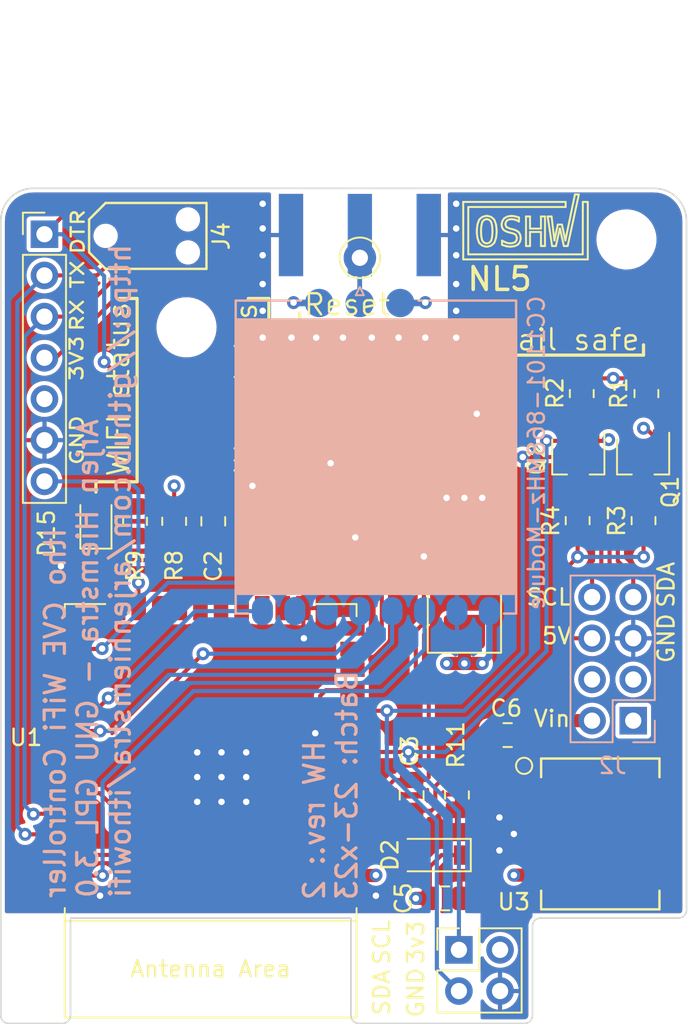
<source format=kicad_pcb>
(kicad_pcb (version 20211014) (generator pcbnew)
  (layers (0 "F.Cu" signal) (1 "In1.Cu" power "3V3") (2 "In2.Cu" power "GND") (31 "B.Cu" signal) (34 "B.Paste" user) (35 "F.Paste" user) (36 "B.SilkS" user "B.Silkscreen") (37 "F.SilkS" user "F.Silkscreen") (38 "B.Mask" user) (39 "F.Mask" user) (44 "Edge.Cuts" user))
  (net 0 "")
  (net 1 "GND")
  (net 2 "+5V")
  (net 3 "+3V3")
  (net 4 "SDA")
  (net 5 "SCL")
  (net 6 "D0")
  (net 7 "D23_MOSI")
  (net 8 "D19_MISO")
  (net 9 "D18_SCK")
  (net 10 "D5_SS")
  (net 11 "D4_IRQ")
  (net 13 "D0{slash}RX0")
  (net 14 "D1{slash}TX0")
  (net 17 "Net-(LED1-Pad2)")
  (net 18 "Net-(LED2-Pad2)")
  (net 19 "SDA_L")
  (net 20 "SCL_L")
  (net 21 "Net-(R10-Pad2)")
  (net 22 "+15V")
  (net 23 "Net-(C2-Pad1)")
  (net 24 "Net-(C3-Pad1)")
  (net 26 "D15")
  (net 27 "D13")
  (net 28 "D17")
  (net 29 "Net-(H1-Pad1)")
  (footprint "Package_TO_SOT_SMD:SOT-23W" (layer "F.Cu") (at 118.6586 121.539 -90)
    (fp_text reference "Q2")
    (fp_text value "BSS138")
  )
  (footprint "Resistor_SMD:R_0805_2012Metric" (layer "F.Cu") (at 118.872 117.6244 -90)
    (fp_text reference "R2")
    (fp_text value "R10K" hide)
  )
  (footprint "Connector_PinHeader_2.54mm:PinHeader_1x07_P2.54mm_Vertical" (layer "F.Cu") (at 85.725 107.7976)
    (fp_text reference "J1" hide)
    (fp_text value "CONN_01X07" hide)
  )
  (footprint "nrg_watch:ESP32-WROOM-32E" (layer "F.Cu") (at 95.9776 141.6036 180)
    (fp_text reference "U1")
    (fp_text value "ESP32-WROOM")
  )
  (footprint "Resistor_SMD:R_0805_2012Metric" (layer "F.Cu") (at 91.313 125.5014 -90)
    (fp_text reference "R9")
    (fp_text value "R100" hide)
  )
  (footprint "Resistor_SMD:R_0805_2012Metric" (layer "F.Cu") (at 106.536 125.51 -90)
    (fp_text reference "R10")
    (fp_text value "R10K" hide)
  )
  (footprint "Resistor_SMD:R_0805_2012Metric" (layer "F.Cu") (at 118.618 125.461 -90)
    (fp_text reference "R4")
    (fp_text value "R10K" hide)
  )
  (footprint "MountingHole:MountingHole_2.5mm" (layer "F.Cu") (at 94.488 113.538)
    (fp_text reference "H2" hide)
    (fp_text value "MountingHole" hide)
  )
  (footprint "LED_SMD:LED_0805_2012Metric" (layer "F.Cu") (at 88.9 125.5014 90)
    (fp_text reference "LED1" hide)
    (fp_text value "WIFI status")
  )
  (footprint "Connector_PinHeader_2.54mm:PinHeader_2x02_P2.54mm_Vertical" (layer "F.Cu") (at 111.292 151.928)
    (fp_text reference "J5" hide)
    (fp_text value "Conn_02x02_Odd_Even" hide)
  )
  (footprint "nrg_watch:TC2020-MCP-NL" (layer "F.Cu") (at 92.036 107.9014 90)
    (fp_text reference "J4")
    (fp_text value "TC2030-MCP-NL" hide)
  )
  (footprint "nrg_watch:TS-1187" (layer "F.Cu") (at 110.5404 118.872 -90)
    (fp_text reference "SW1" hide)
    (fp_text value "Fail safe")
  )
  (footprint "Capacitor_SMD:C_0805_2012Metric" (layer "F.Cu") (at 114.3 138.684 180)
    (fp_text reference "C6")
    (fp_text value "10uF" hide)
  )
  (footprint "Package_TO_SOT_SMD:SOT-23W" (layer "F.Cu") (at 122.6566 121.539 -90)
    (fp_text reference "Q1")
    (fp_text value "BSS138")
  )
  (footprint "Resistor_SMD:R_0805_2012Metric" (layer "F.Cu") (at 122.8598 117.6244 90)
    (fp_text reference "R1")
    (fp_text value "R10K" hide)
  )
  (footprint "Resistor_SMD:R_0805_2012Metric" (layer "F.Cu") (at 122.682 125.461 -90)
    (fp_text reference "R3")
    (fp_text value "R10K" hide)
  )
  (footprint "Capacitor_SMD:C_0805_2012Metric" (layer "F.Cu") (at 96.139 125.5014 90)
    (fp_text reference "C2")
    (fp_text value "1uF" hide)
  )
  (footprint "Resistor_SMD:R_0805_2012Metric" (layer "F.Cu") (at 98.552 125.5155 90)
    (fp_text reference "R7")
    (fp_text value "R10K" hide)
  )
  (footprint "Capacitor_Tantalum_SMD:CP_EIA-7343-31_Kemet-D" (layer "F.Cu") (at 111.632 129.1961 90)
    (fp_text reference "C4")
    (fp_text value "470uF")
  )
  (footprint "Capacitor_SMD:C_0805_2012Metric" (layer "F.Cu") (at 110.4369 148.751)
    (fp_text reference "C5")
    (fp_text value "0.1uF" hide)
  )
  (footprint "Capacitor_SMD:C_0805_2012Metric" (layer "F.Cu") (at 108.3775 142.401 90)
    (fp_text reference "C3")
    (fp_text value "10uF" hide)
  )
  (footprint "Diode_SMD:D_SOD-123" (layer "F.Cu") (at 109.7755 146.084 180)
    (fp_text reference "D2")
    (fp_text value "D_Schottky" hide)
  )
  (footprint "Resistor_SMD:R_0805_2012Metric" (layer "F.Cu") (at 111.1715 142.3775 90)
    (fp_text reference "R11")
    (fp_text value "R1K" hide)
  )
  (footprint "Connector_Pin:Pin_D1.0mm_L10.0mm" (layer "F.Cu") (at 105.18218 109.25146)
    (fp_text reference "H1" hide)
    (fp_text value "MountingHole_Pad" hide)
  )
  (footprint "Resistor_SMD:R_0805_2012Metric" (layer "F.Cu") (at 93.726 125.5014 90)
    (fp_text reference "R8")
    (fp_text value "R10K" hide)
  )
  (footprint "Resistor_SMD:R_0805_2012Metric" (layer "F.Cu") (at 103.378 125.5155 90)
    (fp_text reference "R5")
    (fp_text value "R100")
  )
  (footprint "LED_SMD:LED_0805_2012Metric" (layer "F.Cu") (at 100.965 125.5155 90)
    (fp_text reference "LED2" hide)
    (fp_text value "itho status")
  )
  (footprint "nrg_watch:TS-1187" (layer "F.Cu") (at 104.14 118.872 90)
    (fp_text reference "SW2" hide)
    (fp_text value "Reset")
  )
  (footprint "MountingHole:MountingHole_2.5mm" (layer "F.Cu") (at 121.63 108.12)
    (fp_text reference "H3" hide)
    (fp_text value "MountingHole" hide)
  )
  (footprint "nrg_watch:Mornsun 780xMT" (layer "F.Cu") (at 120.015 144.78 -90)
    (fp_text reference "U3")
    (fp_text value "780xMT")
  )
  (footprint "Connector_PinSocket_2.54mm:PinSocket_2x04_P2.54mm_Vertical" (layer "B.Cu") (at 122.047 137.795)
    (fp_text reference "J2")
    (fp_text value "conn")
  )
  (footprint "Connector_Coaxial:SMA_Amphenol_132289_EdgeMount" (layer "B.Cu") (at 105.1814 107.8484 90)
    (fp_text reference "J3" hide)
    (fp_text value "Conn_Coaxial")
  )
  (footprint "nrg_watch:CC1101-868MHz-Module" (layer "B.Cu") (at 106.172 121.539 90)
    (fp_text reference "U2" hide)
    (fp_text value "CC1101-868MHz-Module")
  )
  (gr_poly (pts (xy 114.808 129.9972) (xy 97.5614 129.9972) (xy 97.536 113.03) (xy 114.808 113.03)) (layer "B.SilkS") (width 0.1) (fill solid))
  (gr_line (start 99.568 111.76) (end 99.568 122.936) (layer "F.SilkS") (width 0.2))
  (gr_line (start 99.568 111.76) (end 98.298 111.76) (layer "F.SilkS") (width 0.2))
  (gr_line (start 99.568 122.936) (end 100.965 122.936) (layer "F.SilkS") (width 0.2))
  (gr_line (start 100.965 123.571) (end 100.965 122.936) (layer "F.SilkS") (width 0.2))
  (gr_line (start 113.665 122.936) (end 112.649 122.936) (layer "F.SilkS") (width 0.2))
  (gr_line (start 113.665 122.936) (end 113.665 115.2525) (layer "F.SilkS") (width 0.2))
  (gr_line (start 122.682 115.2525) (end 122.682 114.6175) (layer "F.SilkS") (width 0.2))
  (gr_line (start 113.665 115.2525) (end 122.682 115.2525) (layer "F.SilkS") (width 0.2))
  (gr_line (start 106.045 122.936) (end 107.188 122.936) (layer "F.SilkS") (width 0.2))
  (gr_line (start 101.473 113.284) (end 101.473 112.649) (layer "F.SilkS") (width 0.2))
  (gr_line (start 101.473 113.284) (end 107.188 113.284) (layer "F.SilkS") (width 0.2))
  (gr_line (start 107.188 122.936) (end 107.188 113.284) (layer "F.SilkS") (width 0.2))
  (gr_line (start 88.9 123.063) (end 91.44 123.063) (layer "F.SilkS") (width 0.2))
  (gr_line (start 116.768896 106.703121) (end 116.768896 106.703121) (layer "F.SilkS") (width 0.125))
  (gr_line (start 117.040946 108.52577) (end 116.768896 106.703121) (layer "F.SilkS") (width 0.125))
  (gr_line (start 117.274296 108.52577) (end 117.040946 108.52577) (layer "F.SilkS") (width 0.125))
  (gr_line (start 117.520896 107.44287) (end 117.274296 108.52577) (layer "F.SilkS") (width 0.125))
  (gr_line (start 117.768496 108.52577) (end 117.520896 107.44287) (layer "F.SilkS") (width 0.125))
  (gr_line (start 118.001795 108.52577) (end 117.768496 108.52577) (layer "F.SilkS") (width 0.125))
  (gr_line (start 118.690546 105.34897) (end 118.001795 108.52577) (layer "F.SilkS") (width 0.125))
  (gr_line (start 118.450196 105.34897) (end 118.690546 105.34897) (layer "F.SilkS") (width 0.125))
  (gr_line (start 117.858846 108.18507) (end 118.450196 105.34897) (layer "F.SilkS") (width 0.125))
  (gr_line (start 117.648846 107.20362) (end 117.858846 108.18507) (layer "F.SilkS") (width 0.125))
  (gr_line (start 117.391446 107.20362) (end 117.648846 107.20362) (layer "F.SilkS") (width 0.125))
  (gr_line (start 117.183946 108.18262) (end 117.391446 107.20362) (layer "F.SilkS") (width 0.125))
  (gr_line (start 117.009246 106.703121) (end 117.183946 108.18262) (layer "F.SilkS") (width 0.125))
  (gr_line (start 116.768896 106.703121) (end 117.009246 106.703121) (layer "F.SilkS") (width 0.125))
  (gr_line (start 115.431795 106.703121) (end 115.431795 106.703121) (layer "F.SilkS") (width 0.125))
  (gr_line (start 115.431795 108.52577) (end 115.431795 106.703121) (layer "F.SilkS") (width 0.125))
  (gr_line (start 115.679746 108.52577) (end 115.431795 108.52577) (layer "F.SilkS") (width 0.125))
  (gr_line (start 115.679746 107.65772) (end 115.679746 108.52577) (layer "F.SilkS") (width 0.125))
  (gr_line (start 116.354646 107.65772) (end 115.679746 107.65772) (layer "F.SilkS") (width 0.125))
  (gr_line (start 116.354646 108.52577) (end 116.354646 107.65772) (layer "F.SilkS") (width 0.125))
  (gr_line (start 116.602596 108.52577) (end 116.354646 108.52577) (layer "F.SilkS") (width 0.125))
  (gr_line (start 116.602596 106.703121) (end 116.602596 108.52577) (layer "F.SilkS") (width 0.125))
  (gr_line (start 116.354646 106.703121) (end 116.602596 106.703121) (layer "F.SilkS") (width 0.125))
  (gr_line (start 116.354646 107.45022) (end 116.354646 106.703121) (layer "F.SilkS") (width 0.125))
  (gr_line (start 115.679746 107.45022) (end 116.354646 107.45022) (layer "F.SilkS") (width 0.125))
  (gr_line (start 115.679746 106.703121) (end 115.679746 107.45022) (layer "F.SilkS") (width 0.125))
  (gr_line (start 115.431795 106.703121) (end 115.679746 106.703121) (layer "F.SilkS") (width 0.125))
  (gr_line (start 114.996431 106.76582) (end 114.996431 106.76552) (layer "F.SilkS") (width 0.125))
  (gr_line (start 114.975001 106.75767) (end 114.996431 106.76582) (layer "F.SilkS") (width 0.125))
  (gr_line (start 114.771546 106.69882) (end 114.975001 106.75767) (layer "F.SilkS") (width 0.125))
  (gr_line (start 114.752281 106.69502) (end 114.771546 106.69882) (layer "F.SilkS") (width 0.125))
  (gr_line (start 114.732756 106.690921) (end 114.752281 106.69502) (layer "F.SilkS") (width 0.125))
  (gr_line (start 114.586541 106.67057) (end 114.732756 106.690921) (layer "F.SilkS") (width 0.125))
  (gr_line (start 114.531476 106.67057) (end 114.586541 106.67057) (layer "F.SilkS") (width 0.125))
  (gr_line (start 114.469896 106.67057) (end 114.531476 106.67057) (layer "F.SilkS") (width 0.125))
  (gr_line (start 114.285976 106.70722) (end 114.469896 106.67057) (layer "F.SilkS") (width 0.125))
  (gr_line (start 114.121861 106.79347) (end 114.285976 106.70722) (layer "F.SilkS") (width 0.125))
  (gr_line (start 114.094466 106.81817) (end 114.121861 106.79347) (layer "F.SilkS") (width 0.125))
  (gr_line (start 114.067066 106.84257) (end 114.094466 106.81817) (layer "F.SilkS") (width 0.125))
  (gr_line (start 113.97158 106.98907) (end 114.067066 106.84257) (layer "F.SilkS") (width 0.125))
  (gr_line (start 113.930885 107.15372) (end 113.97158 106.98907) (layer "F.SilkS") (width 0.125))
  (gr_line (start 113.930885 107.20877) (end 113.930885 107.15372) (layer "F.SilkS") (width 0.125))
  (gr_line (start 113.930885 107.25247) (end 113.930885 107.20877) (layer "F.SilkS") (width 0.125))
  (gr_line (start 113.959376 107.38402) (end 113.930885 107.25247) (layer "F.SilkS") (width 0.125))
  (gr_line (start 114.026376 107.50067) (end 113.959376 107.38402) (layer "F.SilkS") (width 0.125))
  (gr_line (start 114.045636 107.52022) (end 114.026376 107.50067) (layer "F.SilkS") (width 0.125))
  (gr_line (start 114.064626 107.53947) (end 114.045636 107.52022) (layer "F.SilkS") (width 0.125))
  (gr_line (start 114.195101 107.62137) (end 114.064626 107.53947) (layer "F.SilkS") (width 0.125))
  (gr_line (start 114.371971 107.68377) (end 114.195101 107.62137) (layer "F.SilkS") (width 0.125))
  (gr_line (start 114.414291 107.69327) (end 114.371971 107.68377) (layer "F.SilkS") (width 0.125))
  (gr_line (start 114.545851 107.72392) (end 114.414291 107.69327) (layer "F.SilkS") (width 0.125))
  (gr_line (start 114.575151 107.73042) (end 114.545851 107.72392) (layer "F.SilkS") (width 0.125))
  (gr_line (start 114.696136 107.771121) (end 114.575151 107.73042) (layer "F.SilkS") (width 0.125))
  (gr_line (start 114.781851 107.82267) (end 114.696136 107.771121) (layer "F.SilkS") (width 0.125))
  (gr_line (start 114.793791 107.83487) (end 114.781851 107.82267) (layer "F.SilkS") (width 0.125))
  (gr_line (start 114.805726 107.84682) (end 114.793791 107.83487) (layer "F.SilkS") (width 0.125))
  (gr_line (start 114.865681 107.99137) (end 114.805726 107.84682) (layer "F.SilkS") (width 0.125))
  (gr_line (start 114.865681 108.04372) (end 114.865681 107.99137) (layer "F.SilkS") (width 0.125))
  (gr_line (start 114.865681 108.07712) (end 114.865681 108.04372) (layer "F.SilkS") (width 0.125))
  (gr_line (start 114.839636 108.17722) (end 114.865681 108.07712) (layer "F.SilkS") (width 0.125))
  (gr_line (start 114.779146 108.26402) (end 114.839636 108.17722) (layer "F.SilkS") (width 0.125))
  (gr_line (start 114.762056 108.27812) (end 114.779146 108.26402) (layer "F.SilkS") (width 0.125))
  (gr_line (start 114.744691 108.29197) (end 114.762056 108.27812) (layer "F.SilkS") (width 0.125))
  (gr_line (start 114.637541 108.34022) (end 114.744691 108.29197) (layer "F.SilkS") (width 0.125))
  (gr_line (start 114.513026 108.36112) (end 114.637541 108.34022) (layer "F.SilkS") (width 0.125))
  (gr_line (start 114.471526 108.36112) (end 114.513026 108.36112) (layer "F.SilkS") (width 0.125))
  (gr_line (start 114.413471 108.36112) (end 114.471526 108.36112) (layer "F.SilkS") (width 0.125))
  (gr_line (start 114.239591 108.32642) (end 114.413471 108.36112) (layer "F.SilkS") (width 0.125))
  (gr_line (start 114.218706 108.31962) (end 114.239591 108.32642) (layer "F.SilkS") (width 0.125))
  (gr_line (start 114.197816 108.312571) (end 114.218706 108.31962) (layer "F.SilkS") (width 0.125))
  (gr_line (start 113.977275 108.203771) (end 114.197816 108.312571) (layer "F.SilkS") (width 0.125))
  (gr_line (start 113.953951 108.18912) (end 113.977275 108.203771) (layer "F.SilkS") (width 0.125))
  (gr_line (start 113.953951 108.45147) (end 113.953951 108.18912) (layer "F.SilkS") (width 0.125))
  (gr_line (start 113.975651 108.46042) (end 113.953951 108.45147) (layer "F.SilkS") (width 0.125))
  (gr_line (start 114.192116 108.52877) (end 113.975651 108.46042) (layer "F.SilkS") (width 0.125))
  (gr_line (start 114.213816 108.53337) (end 114.192116 108.52877) (layer "F.SilkS") (width 0.125))
  (gr_line (start 114.235251 108.53797) (end 114.213816 108.53337) (layer "F.SilkS") (width 0.125))
  (gr_line (start 114.406966 108.56132) (end 114.235251 108.53797) (layer "F.SilkS") (width 0.125))
  (gr_line (start 114.471526 108.56132) (end 114.406966 108.56132) (layer "F.SilkS") (width 0.125))
  (gr_line (start 114.539066 108.56132) (end 114.471526 108.56132) (layer "F.SilkS") (width 0.125))
  (gr_line (start 114.742521 108.527121) (end 114.539066 108.56132) (layer "F.SilkS") (width 0.125))
  (gr_line (start 114.913421 108.44737) (end 114.742521 108.527121) (layer "F.SilkS") (width 0.125))
  (gr_line (start 114.940276 108.42462) (end 114.913421 108.44737) (layer "F.SilkS") (width 0.125))
  (gr_line (start 114.967131 108.40182) (end 114.940276 108.42462) (layer "F.SilkS") (width 0.125))
  (gr_line (start 115.060991 108.25697) (end 114.967131 108.40182) (layer "F.SilkS") (width 0.125))
  (gr_line (start 115.101411 108.08522) (end 115.060991 108.25697) (layer "F.SilkS") (width 0.125))
  (gr_line (start 115.101411 108.02802) (end 115.101411 108.08522) (layer "F.SilkS") (width 0.125))
  (gr_line (start 115.101411 107.978371) (end 115.101411 108.02802) (layer "F.SilkS") (width 0.125))
  (gr_line (start 115.072111 107.83027) (end 115.101411 107.978371) (layer "F.SilkS") (width 0.125))
  (gr_line (start 115.003751 107.70007) (end 115.072111 107.83027) (layer "F.SilkS") (width 0.125))
  (gr_line (start 114.984221 107.67887) (end 115.003751 107.70007) (layer "F.SilkS") (width 0.125))
  (gr_line (start 114.964686 107.65747) (end 114.984221 107.67887) (layer "F.SilkS") (width 0.125))
  (gr_line (start 114.832041 107.56767) (end 114.964686 107.65747) (layer "F.SilkS") (width 0.125))
  (gr_line (start 114.653276 107.50067) (end 114.832041 107.56767) (layer "F.SilkS") (width 0.125))
  (gr_line (start 114.610686 107.49092) (end 114.653276 107.50067) (layer "F.SilkS") (width 0.125))
  (gr_line (start 114.481291 107.46162) (end 114.610686 107.49092) (layer "F.SilkS") (width 0.125))
  (gr_line (start 114.450911 107.45427) (end 114.481291 107.46162) (layer "F.SilkS") (width 0.125))
  (gr_line (start 114.243385 107.36587) (end 114.450911 107.45427) (layer "F.SilkS") (width 0.125))
  (gr_line (start 114.232271 107.35527) (end 114.243385 107.36587) (layer "F.SilkS") (width 0.125))
  (gr_line (start 114.221146 107.34467) (end 114.232271 107.35527) (layer "F.SilkS") (width 0.125))
  (gr_line (start 114.166346 107.21692) (end 114.221146 107.34467) (layer "F.SilkS") (width 0.125))
  (gr_line (start 114.166346 107.17082) (end 114.166346 107.21692) (layer "F.SilkS") (width 0.125))
  (gr_line (start 114.166346 107.13987) (end 114.166346 107.17082) (layer "F.SilkS") (width 0.125))
  (gr_line (start 114.191576 107.04712) (end 114.166346 107.13987) (layer "F.SilkS") (width 0.125))
  (gr_line (start 114.250716 106.96572) (end 114.191576 107.04712) (layer "F.SilkS") (width 0.125))
  (gr_line (start 114.267806 106.952421) (end 114.250716 106.96572) (layer "F.SilkS") (width 0.125))
  (gr_line (start 114.284626 106.93862) (end 114.267806 106.952421) (layer "F.SilkS") (width 0.125))
  (gr_line (start 114.387431 106.89112) (end 114.284626 106.93862) (layer "F.SilkS") (width 0.125))
  (gr_line (start 114.514386 106.87052) (end 114.387431 106.89112) (layer "F.SilkS") (width 0.125))
  (gr_line (start 114.543681 106.87052) (end 114.514386 106.87052) (layer "F.SilkS") (width 0.125))
  (gr_line (start 114.562671 106.87052) (end 114.543681 106.87052) (layer "F.SilkS") (width 0.125))
  (gr_line (start 114.752011 106.90092) (end 114.562671 106.87052) (layer "F.SilkS") (width 0.125))
  (gr_line (start 114.770736 106.90712) (end 114.752011 106.90092) (layer "F.SilkS") (width 0.125))
  (gr_line (start 114.789451 106.91312) (end 114.770736 106.90712) (layer "F.SilkS") (width 0.125))
  (gr_line (start 114.977706 107.00372) (end 114.789451 106.91312) (layer "F.SilkS") (width 0.125))
  (gr_line (start 114.996431 107.01592) (end 114.977706 107.00372) (layer "F.SilkS") (width 0.125))
  (gr_line (start 114.996431 106.76552) (end 114.996431 107.01592) (layer "F.SilkS") (width 0.125))
  (gr_line (start 113.619201 107.616221) (end 113.619201 107.616221) (layer "F.SilkS") (width 0.125))
  (gr_line (start 113.619201 107.51207) (end 113.619201 107.616221) (layer "F.SilkS") (width 0.125))
  (gr_line (start 113.581225 107.19957) (end 113.619201 107.51207) (layer "F.SilkS") (width 0.125))
  (gr_line (start 113.493061 106.94347) (end 113.581225 107.19957) (layer "F.SilkS") (width 0.125))
  (gr_line (start 113.467841 106.90442) (end 113.493061 106.94347) (layer "F.SilkS") (width 0.125))
  (gr_line (start 113.442611 106.86537) (end 113.467841 106.90442) (layer "F.SilkS") (width 0.125))
  (gr_line (start 113.277951 106.72862) (end 113.442611 106.86537) (layer "F.SilkS") (width 0.125))
  (gr_line (start 113.076125 106.67002) (end 113.277951 106.72862) (layer "F.SilkS") (width 0.125))
  (gr_line (start 113.008851 106.67002) (end 113.076125 106.67002) (layer "F.SilkS") (width 0.125))
  (gr_line (start 112.941576 106.67002) (end 113.008851 106.67002) (layer "F.SilkS") (width 0.125))
  (gr_line (start 112.740296 106.72862) (end 112.941576 106.67002) (layer "F.SilkS") (width 0.125))
  (gr_line (start 112.575096 106.86537) (end 112.740296 106.72862) (layer "F.SilkS") (width 0.125))
  (gr_line (start 112.549866 106.90442) (end 112.575096 106.86537) (layer "F.SilkS") (width 0.125))
  (gr_line (start 112.524636 106.94347) (end 112.549866 106.90442) (layer "F.SilkS") (width 0.125))
  (gr_line (start 112.437021 107.19957) (end 112.524636 106.94347) (layer "F.SilkS") (width 0.125))
  (gr_line (start 112.399581 107.51207) (end 112.437021 107.19957) (layer "F.SilkS") (width 0.125))
  (gr_line (start 112.399581 107.616221) (end 112.399581 107.51207) (layer "F.SilkS") (width 0.125))
  (gr_line (start 112.399581 107.72037) (end 112.399581 107.616221) (layer "F.SilkS") (width 0.125))
  (gr_line (start 112.437021 108.03317) (end 112.399581 107.72037) (layer "F.SilkS") (width 0.125))
  (gr_line (start 112.524636 108.288671) (end 112.437021 108.03317) (layer "F.SilkS") (width 0.125))
  (gr_line (start 112.549866 108.32777) (end 112.524636 108.288671) (layer "F.SilkS") (width 0.125))
  (gr_line (start 112.574826 108.36657) (end 112.549866 108.32777) (layer "F.SilkS") (width 0.125))
  (gr_line (start 112.739486 108.50247) (end 112.574826 108.36657) (layer "F.SilkS") (width 0.125))
  (gr_line (start 112.941306 108.56107) (end 112.739486 108.50247) (layer "F.SilkS") (width 0.125))
  (gr_line (start 113.008851 108.56107) (end 112.941306 108.56107) (layer "F.SilkS") (width 0.125))
  (gr_line (start 113.076125 108.56107) (end 113.008851 108.56107) (layer "F.SilkS") (width 0.125))
  (gr_line (start 113.277951 108.50247) (end 113.076125 108.56107) (layer "F.SilkS") (width 0.125))
  (gr_line (start 113.442611 108.36572) (end 113.277951 108.50247) (layer "F.SilkS") (width 0.125))
  (gr_line (start 113.467841 108.32667) (end 113.442611 108.36572) (layer "F.SilkS") (width 0.125))
  (gr_line (start 113.493061 108.28762) (end 113.467841 108.32667) (layer "F.SilkS") (width 0.125))
  (gr_line (start 113.581225 108.03182) (end 113.493061 108.28762) (layer "F.SilkS") (width 0.125))
  (gr_line (start 113.619201 107.72012) (end 113.581225 108.03182) (layer "F.SilkS") (width 0.125))
  (gr_line (start 113.619201 107.616221) (end 113.619201 107.72012) (layer "F.SilkS") (width 0.125))
  (gr_line (start 113.361501 107.616221) (end 113.361501 107.616221) (layer "F.SilkS") (width 0.125))
  (gr_line (start 113.361501 107.70222) (end 113.361501 107.616221) (layer "F.SilkS") (width 0.125))
  (gr_line (start 113.340611 107.96047) (end 113.361501 107.70222) (layer "F.SilkS") (width 0.125))
  (gr_line (start 113.292326 108.16122) (end 113.340611 107.96047) (layer "F.SilkS") (width 0.125))
  (gr_line (start 113.278491 108.18997) (end 113.292326 108.16122) (layer "F.SilkS") (width 0.125))
  (gr_line (start 113.264656 108.21842) (end 113.278491 108.18997) (layer "F.SilkS") (width 0.125))
  (gr_line (start 113.169986 108.31797) (end 113.264656 108.21842) (layer "F.SilkS") (width 0.125))
  (gr_line (start 113.049001 108.360871) (end 113.169986 108.31797) (layer "F.SilkS") (width 0.125))
  (gr_line (start 113.008851 108.360871) (end 113.049001 108.360871) (layer "F.SilkS") (width 0.125))
  (gr_line (start 112.968431 108.360871) (end 113.008851 108.360871) (layer "F.SilkS") (width 0.125))
  (gr_line (start 112.847721 108.31772) (end 112.968431 108.360871) (layer "F.SilkS") (width 0.125))
  (gr_line (start 112.752775 108.21707) (end 112.847721 108.31772) (layer "F.SilkS") (width 0.125))
  (gr_line (start 112.738941 108.18862) (end 112.752775 108.21707) (layer "F.SilkS") (width 0.125))
  (gr_line (start 112.725101 108.15987) (end 112.738941 108.18862) (layer "F.SilkS") (width 0.125))
  (gr_line (start 112.677631 107.95937) (end 112.725101 108.15987) (layer "F.SilkS") (width 0.125))
  (gr_line (start 112.657291 107.701971) (end 112.677631 107.95937) (layer "F.SilkS") (width 0.125))
  (gr_line (start 112.657291 107.616221) (end 112.657291 107.701971) (layer "F.SilkS") (width 0.125))
  (gr_line (start 112.657291 107.52997) (end 112.657291 107.616221) (layer "F.SilkS") (width 0.125))
  (gr_line (start 112.677631 107.27197) (end 112.657291 107.52997) (layer "F.SilkS") (width 0.125))
  (gr_line (start 112.725101 107.07097) (end 112.677631 107.27197) (layer "F.SilkS") (width 0.125))
  (gr_line (start 112.738941 107.04247) (end 112.725101 107.07097) (layer "F.SilkS") (width 0.125))
  (gr_line (start 112.752775 107.01372) (end 112.738941 107.04247) (layer "F.SilkS") (width 0.125))
  (gr_line (start 112.847721 106.91312) (end 112.752775 107.01372) (layer "F.SilkS") (width 0.125))
  (gr_line (start 111.558386 105.80582) (end 111.558386 109.35071) (layer "F.SilkS") (width 0.125))
  (gr_line (start 119.243946 105.80582) (end 118.937946 105.80582) (layer "F.SilkS") (width 0.125))
  (gr_line (start 119.243946 109.35071) (end 119.243946 105.80582) (layer "F.SilkS") (width 0.125))
  (gr_line (start 112.968431 106.870221) (end 112.847721 106.91312) (layer "F.SilkS") (width 0.125))
  (gr_line (start 113.008851 106.870221) (end 112.968431 106.870221) (layer "F.SilkS") (width 0.125))
  (gr_line (start 113.049001 106.870221) (end 113.008851 106.870221) (layer "F.SilkS") (width 0.125))
  (gr_line (start 113.169986 106.91312) (end 113.049001 106.870221) (layer "F.SilkS") (width 0.125))
  (gr_line (start 113.264656 107.01372) (end 113.169986 106.91312) (layer "F.SilkS") (width 0.125))
  (gr_line (start 113.278491 107.04247) (end 113.264656 107.01372) (layer "F.SilkS") (width 0.125))
  (gr_line (start 111.870886 106.11832) (end 117.878096 106.11832) (layer "F.SilkS") (width 0.125))
  (gr_line (start 111.870886 109.03821) (end 111.870886 106.11832) (layer "F.SilkS") (width 0.125))
  (gr_line (start 111.558386 109.35071) (end 119.243946 109.35071) (layer "F.SilkS") (width 0.125))
  (gr_line (start 118.931446 109.03821) (end 111.870886 109.03821) (layer "F.SilkS") (width 0.125))
  (gr_line (start 118.937946 105.80582) (end 118.931446 109.03821) (layer "F.SilkS") (width 0.125))
  (gr_line (start 117.878096 105.80582) (end 111.558386 105.80582) (layer "F.SilkS") (width 0.125))
  (gr_line (start 117.878096 106.11832) (end 117.878096 105.80582) (layer "F.SilkS") (width 0.125))
  (gr_line (start 113.292326 107.07097) (end 113.278491 107.04247) (layer "F.SilkS") (width 0.125))
  (gr_line (start 113.340611 107.27197) (end 113.292326 107.07097) (layer "F.SilkS") (width 0.125))
  (gr_line (start 113.361501 107.52997) (end 113.340611 107.27197) (layer "F.SilkS") (width 0.125))
  (gr_line (start 113.361501 107.616221) (end 113.361501 107.52997) (layer "F.SilkS") (width 0.125))
  (gr_line (start 111.558386 105.80582) (end 111.558386 105.80582) (layer "F.SilkS") (width 0.125))
  (gr_line (start 90.3605 111.76) (end 91.44 111.76) (layer "F.SilkS") (width 0.2))
  (gr_line (start 88.9 123.698) (end 88.9 123.063) (layer "F.SilkS") (width 0.2))
  (gr_line (start 91.44 111.76) (end 91.44 123.063) (layer "F.SilkS") (width 0.2))
  (gr_arc (start 83.532 156.468) (mid 83.178447 156.321553) (end 83.032 155.968) (layer "Edge.Cuts") (width 0.1))
  (gr_arc (start 123.332 104.968) (mid 124.746214 105.553786) (end 125.332 106.968) (layer "Edge.Cuts") (width 0.1))
  (gr_line (start 123.332 104.968) (end 85.032 104.968) (layer "Edge.Cuts") (width 0.1))
  (gr_arc (start 125.332 149.468) (mid 125.185553 149.821553) (end 124.832 149.968) (layer "Edge.Cuts") (width 0.1))
  (gr_line (start 86.832 156.468) (end 83.532 156.468) (layer "Edge.Cuts") (width 0.1))
  (gr_line (start 115.332 156.468) (end 105.132 156.468) (layer "Edge.Cuts") (width 0.1))
  (gr_arc (start 105.132 156.468) (mid 104.778447 156.321553) (end 104.632 155.968) (layer "Edge.Cuts") (width 0.1))
  (gr_arc (start 115.832 155.968) (mid 115.685553 156.321553) (end 115.332 156.468) (layer "Edge.Cuts") (width 0.1))
  (gr_line (start 115.832 155.968) (end 115.832 150.468) (layer "Edge.Cuts") (width 0.1))
  (gr_line (start 104.632 149.968) (end 87.332 149.968) (layer "Edge.Cuts") (width 0.1))
  (gr_arc (start 115.832 150.468) (mid 115.978447 150.114447) (end 116.332 149.968) (layer "Edge.Cuts") (width 0.1))
  (gr_line (start 87.332 149.968) (end 87.332 155.968) (layer "Edge.Cuts") (width 0.1))
  (gr_line (start 104.632 155.968) (end 104.632 149.968) (layer "Edge.Cuts") (width 0.1))
  (gr_arc (start 87.332 155.968) (mid 87.185553 156.321553) (end 86.832 156.468) (layer "Edge.Cuts") (width 0.1))
  (gr_line (start 83.032 155.968) (end 83.032 106.968) (layer "Edge.Cuts") (width 0.1))
  (gr_arc (start 83.032 106.968) (mid 83.617786 105.553786) (end 85.032 104.968) (layer "Edge.Cuts") (width 0.1))
  (gr_line (start 125.332 106.968) (end 125.332 149.468) (layer "Edge.Cuts") (width 0.1))
  (gr_line (start 124.832 149.968) (end 116.332 149.968) (layer "Edge.Cuts") (width 0.1))
  (gr_text "Itho CVE WiFi Controller\nArjen Hiemstra - GNU GPL 3.0\nhttps://github.com/arjenhiemstra/ithowifi" (at 88.392 148.844 90) (layer "B.SilkS") (effects (font (size 1.246 1.246) (thickness 0.2)) (justify right mirror)))
  (gr_text "HW rev.: 2\nBatch: 23-x23" (at 103.378 148.971 90) (layer "B.SilkS") (effects (font (size 1.246 1.246) (thickness 0.2)) (justify right mirror)))
  (gr_text "SCL" (at 116.84 130.175) (layer "F.SilkS") (effects (font (size 1 1))))
  (gr_text "TX" (at 87.757 110.2868 90) (layer "F.SilkS") (effects (font (size 0.8 1))))
  (gr_text "3V3\n" (at 87.7062 115.443 90) (layer "F.SilkS") (effects (font (size 0.8 1))))
  (gr_text "GND" (at 87.7316 120.4976 90) (layer "F.SilkS") (effects (font (size 0.8 1))))
  (gr_text "RX" (at 87.7316 112.8014 90) (layer "F.SilkS") (effects (font (size 0.8 1))))
  (gr_text "SCL" (at 106.532 151.468 90) (layer "F.SilkS") (effects (font (size 1 1))))
  (gr_text "SDA\n" (at 106.532 154.568 90) (layer "F.SilkS") (effects (font (size 1 1))))
  (gr_text "GND" (at 108.632 154.568 90) (layer "F.SilkS") (effects (font (size 1 1))))
  (gr_text "3v3" (at 108.632 151.468 90) (layer "F.SilkS") (effects (font (size 1 1))))
  (gr_text "5V" (at 117.332 132.568) (layer "F.SilkS") (effects (font (size 1 1))))
  (gr_text "D15" (at 85.852 126.238 90) (layer "F.SilkS") (effects (font (size 1 1))))
  (gr_text "NL5" (at 111.6965 111.379) (layer "F.SilkS") (effects (font (size 1.4 1.4) (thickness 0.219726)) (justify left bottom)))
  (gr_text "Vin" (at 117.032 137.668) (layer "F.SilkS") (effects (font (size 1 1))))
  (gr_text "GND" (at 124.079 132.715 90) (layer "F.SilkS") (effects (font (size 1 1))))
  (gr_text "SDA\n" (at 124.079 129.413 90) (layer "F.SilkS") (effects (font (size 1 1))))
  (gr_text "DTR" (at 87.7824 107.6452 90) (layer "F.SilkS") (effects (font (size 0.8 1))))
  (segment (start 110.532 124.0536) (end 112.732 124.0536) (width 0.8128) (layer "F.Cu") (net 1))
  (segment (start 117.475 144.78) (end 114.681 144.78) (width 0.8128) (layer "F.Cu") (net 1))
  (segment (start 99.5934 107.8484) (end 99.187 107.442) (width 0.25) (layer "F.Cu") (net 1))
  (segment (start 117.475 144.78) (end 122.555 144.78) (width 0.8128) (layer "F.Cu") (net 1))
  (segment (start 111.632 126.0836) (end 111.632 124.0536) (width 0.8128) (layer "F.Cu") (net 1))
  (segment (start 100.9314 107.8484) (end 99.5934 107.8484) (width 0.25) (layer "F.Cu") (net 1))
  (segment (start 110.7186 107.8484) (end 111.125 107.442) (width 0.25) (layer "F.Cu") (net 1))
  (segment (start 109.4314 107.8484) (end 110.7186 107.8484) (width 0.25) (layer "F.Cu") (net 1))
  (via (at 109.22 112.014) (size 0.8) (drill 0.4) (layers "F.Cu" "B.Cu") (net 1))
  (via (at 99.187 107.442) (size 0.8) (drill 0.4) (layers "F.Cu" "B.Cu") (net 1))
  (via (at 99.187 105.918) (size 0.8) (drill 0.4) (layers "F.Cu" "B.Cu") (net 1))
  (via (at 101.092 112.014) (size 0.8) (drill 0.4) (layers "F.Cu" "B.Cu") (net 1))
  (via (at 99.187 110.871) (size 0.8) (drill 0.4) (layers "F.Cu" "B.Cu") (net 1))
  (via (at 99.187 112.522) (size 0.8) (drill 0.4) (layers "F.Cu" "B.Cu") (net 1))
  (via (at 99.187 109.093) (size 0.8) (drill 0.4) (layers "F.Cu" "B.Cu") (net 1))
  (via (at 111.125 110.871) (size 0.8) (drill 0.4) (layers "F.Cu" "B.Cu") (net 1))
  (via (at 111.125 114.173) (size 0.8) (drill 0.4) (layers "F.Cu" "B.Cu") (net 1))
  (via (at 111.125 112.522) (size 0.8) (drill 0.4) (layers "F.Cu" "B.Cu") (net 1))
  (via (at 105.918 114.173) (size 0.8) (drill 0.4) (layers "F.Cu" "B.Cu") (net 1))
  (via (at 109.22 114.173) (size 0.8) (drill 0.4) (layers "F.Cu" "B.Cu") (net 1))
  (via (at 102.489 114.173) (size 0.8) (drill 0.4) (layers "F.Cu" "B.Cu") (net 1))
  (via (at 104.14 114.173) (size 0.8) (drill 0.4) (layers "F.Cu" "B.Cu") (net 1))
  (via (at 100.965 114.173) (size 0.8) (drill 0.4) (layers "F.Cu" "B.Cu") (net 1))
  (via (at 107.569 114.173) (size 0.8) (drill 0.4) (layers "F.Cu" "B.Cu") (net 1))
  (via (at 99.187 114.173) (size 0.8) (drill 0.4) (layers "F.Cu" "B.Cu") (net 1))
  (via (at 102.432 138.568) (size 0.8) (drill 0.4) (layers "F.Cu" "B.Cu") (net 1))
  (via (at 111.632 124.0536) (size 0.8) (drill 0.4) (layers "F.Cu" "B.Cu") (net 1))
  (via (at 112.732 124.0536) (size 0.8) (drill 0.4) (layers "F.Cu" "B.Cu") (net 1))
  (via (at 110.532 124.0536) (size 0.8) (drill 0.4) (layers "F.Cu" "B.Cu") (net 1))
  (via (at 86.741 128.27) (size 0.8) (drill 0.4) (layers "F.Cu" "B.Cu") (net 1))
  (via (at 111.125 105.918) (size 0.8) (drill 0.4) (layers "F.Cu" "B.Cu") (net 1))
  (via (at 111.125 107.442) (size 0.8) (drill 0.4) (layers "F.Cu" "B.Cu") (net 1))
  (via (at 111.125 109.093) (size 0.8) (drill 0.4) (layers "F.Cu" "B.Cu") (net 1))
  (via (at 101.727 132.715) (size 0.8) (drill 0.4) (layers "F.Cu" "B.Cu") (net 1))
  (via (at 113.792 143.764) (size 0.8) (drill 0.4) (layers "F.Cu" "B.Cu") (net 1))
  (via (at 96.647 139.7508) (size 0.8) (drill 0.4) (layers "F.Cu" "B.Cu") (net 1))
  (via (at 106.172 148.59) (size 0.8) (drill 0.4) (layers "F.Cu" "B.Cu") (net 1))
  (via (at 89.154 148.59) (size 0.8) (drill 0.4) (layers "F.Cu" "B.Cu") (net 1))
  (via (at 96.647 142.7988) (size 0.8) (drill 0.4) (layers "F.Cu" "B.Cu") (net 1))
  (via (at 98.171 142.7988) (size 0.8) (drill 0.4) (layers "F.Cu" "B.Cu") (net 1))
  (via (at 114.681 144.78) (size 0.8) (drill 0.4) (layers "F.Cu" "B.Cu") (net 1))
  (via (at 113.792 145.796) (size 0.8) (drill 0.4) (layers "F.Cu" "B.Cu") (net 1))
  (via (at 95.1484 142.7988) (size 0.8) (drill 0.4) (layers "F.Cu" "B.Cu") (net 1))
  (via (at 96.647 141.2748) (size 0.8) (drill 0.4) (layers "F.Cu" "B.Cu") (net 1))
  (via (at 95.1484 141.2748) (size 0.8) (drill 0.4) (layers "F.Cu" "B.Cu") (net 1))
  (via (at 95.1484 139.7508) (size 0.8) (drill 0.4) (layers "F.Cu" "B.Cu") (net 1))
  (via (at 98.171 139.7508) (size 0.8) (drill 0.4) (layers "F.Cu" "B.Cu") (net 1))
  (via (at 98.171 141.2748) (size 0.8) (drill 0.4) (layers "F.Cu" "B.Cu") (net 1))
  (segment (start 101.117 112.039) (end 101.092 112.014) (width 0.4064) (layer "B.Cu") (net 1))
  (segment (start 109.4314 107.8484) (end 110.7186 107.8484) (width 0.25) (layer "B.Cu") (net 1))
  (segment (start 100.9314 107.8484) (end 99.5934 107.8484) (width 0.25) (layer "B.Cu") (net 1))
  (segment (start 110.7186 107.8484) (end 111.125 107.442) (width 0.25) (layer "B.Cu") (net 1))
  (segment (start 107.672 112.039) (end 109.195 112.039) (width 0.4064) (layer "B.Cu") (net 1))
  (segment (start 99.5934 107.8484) (end 99.187 107.442) (width 0.25) (layer "B.Cu") (net 1))
  (segment (start 102.672 112.039) (end 101.117 112.039) (width 0.4064) (layer "B.Cu") (net 1))
  (segment (start 109.195 112.039) (end 109.22 112.014) (width 0.4064) (layer "B.Cu") (net 1))
  (segment (start 122.682 126.3985) (end 122.682 127.6985) (width 0.254) (layer "F.Cu") (net 2))
  (segment (start 118.618 127.6985) (end 118.618 126.3985) (width 0.254) (layer "F.Cu") (net 2))
  (segment (start 117.7485 128.568) (end 117.7485 132.1845) (width 0.254) (layer "F.Cu") (net 2))
  (segment (start 118.279 132.715) (end 119.507 132.715) (width 0.254) (layer "F.Cu") (net 2))
  (segment (start 118.618 127.6985) (end 117.7485 128.568) (width 0.254) (layer "F.Cu") (net 2))
  (segment (start 117.7485 132.1845) (end 118.279 132.715) (width 0.254) (layer "F.Cu") (net 2))
  (via (at 122.682 127.6985) (size 0.8) (drill 0.4) (layers "F.Cu" "B.Cu") (net 2))
  (via (at 118.618 127.6985) (size 0.8) (drill 0.4) (layers "F.Cu" "B.Cu") (net 2))
  (segment (start 122.682 127.6985) (end 118.618 127.6985) (width 0.254) (layer "B.Cu") (net 2))
  (segment (start 122.682 119.761) (end 122.8286 119.761) (width 0.254) (layer "F.Cu") (net 3))
  (segment (start 109.4994 148.751) (end 108.6348 148.751) (width 0.8128) (layer "F.Cu") (net 3))
  (segment (start 93.726 124.5639) (end 93.726 123.317) (width 0.254) (layer "F.Cu") (net 3))
  (segment (start 110.532 134.268) (end 112.732 134.268) (width 0.8128) (layer "F.Cu") (net 3))
  (segment (start 111.632 132.3086) (end 111.632 134.268) (width 0.8128) (layer "F.Cu") (net 3))
  (segment (start 86.4248 115.4176) (end 93.306 108.5364) (width 0.25) (layer "F.Cu") (net 3))
  (segment (start 91.313 124.5639) (end 93.726 124.5639) (width 0.254) (layer "F.Cu") (net 3))
  (segment (start 106.1484 147.3436) (end 106.172 147.32) (width 0.8128) (layer "F.Cu") (net 3))
  (segment (start 104.7276 147.3436) (end 106.1484 147.3436) (width 0.8128) (layer "F.Cu") (net 3))
  (segment (start 118.872 116.6869) (end 120.81309 116.6869) (width 0.254) (layer "F.Cu") (net 3))
  (segment (start 117.475 147.32) (end 114.681 147.32) (width 0.8128) (layer "F.Cu") (net 3))
  (segment (start 104.902 126.492) (end 103.417 126.492) (width 0.254) (layer "F.Cu") (net 3))
  (segment (start 120.461 120.539) (end 120.532 120.468) (width 0.254) (layer "F.Cu") (net 3))
  (segment (start 98.552 124.578) (end 98.552 123.317) (width 0.254) (layer "F.Cu") (net 3))
  (segment (start 112.4154 121.872) (end 112.4154 115.872) (width 0.254) (layer "F.Cu") (net 3))
  (segment (start 109.4994 146.8036) (end 109.4994 148.751) (width 0.25) (layer "F.Cu") (net 3))
  (segment (start 110.219 146.084) (end 109.4994 146.8036) (width 0.25) (layer "F.Cu") (net 3))
  (segment (start 119.6086 120.539) (end 120.461 120.539) (width 0.254) (layer "F.Cu") (net 3))
  (segment (start 122.8598 116.6869) (end 120.81309 116.6869) (width 0.254) (layer "F.Cu") (net 3))
  (segment (start 111.4255 146.084) (end 110.219 146.084) (width 0.25) (layer "F.Cu") (net 3))
  (segment (start 122.8286 119.761) (end 123.6066 120.539) (width 0.254) (layer "F.Cu") (net 3))
  (segment (start 85.725 115.4176) (end 86.4248 115.4176) (width 0.25) (layer "F.Cu") (net 3))
  (segment (start 103.417 126.492) (end 103.378 126.453) (width 0.254) (layer "F.Cu") (net 3))
  (via (at 106.172 147.32) (size 0.8) (drill 0.4) (layers "F.Cu" "B.Cu") (net 3))
  (via (at 111.632 134.268) (size 0.8) (drill 0.4) (layers "F.Cu" "B.Cu") (net 3))
  (via (at 112.732 134.268) (size 0.8) (drill 0.4) (layers "F.Cu" "B.Cu") (net 3))
  (via (at 110.532 134.268) (size 0.8) (drill 0.4) (layers "F.Cu" "B.Cu") (net 3))
  (via (at 122.682 119.761) (size 0.8) (drill 0.4) (layers "F.Cu" "B.Cu") (net 3))
  (via (at 108.6315 148.751) (size 0.8) (drill 0.4) (layers "F.Cu" "B.Cu") (net 3))
  (via (at 112.395 118.872) (size 0.8) (drill 0.4) (layers "F.Cu" "B.Cu") (net 3))
  (via (at 98.552 123.317) (size 0.8) (drill 0.4) (layers "F.Cu" "B.Cu") (net 3))
  (via (at 93.726 123.317) (size 0.8) (drill 0.4) (layers "F.Cu" "B.Cu") (net 3))
  (via (at 104.902 126.492) (size 0.8) (drill 0.4) (layers "F.Cu" "B.Cu") (net 3))
  (via (at 114.681 147.32) (size 0.8) (drill 0.4) (layers "F.Cu" "B.Cu") (net 3))
  (via (at 120.81309 116.6869) (size 0.8) (drill 0.4) (layers "F.Cu" "B.Cu") (net 3))
  (via (at 120.532 120.468) (size 0.8) (drill 0.4) (layers "F.Cu" "B.Cu") (net 3))
  (segment (start 113.172 131.039) (end 113.172 133.828) (width 0.4064) (layer "B.Cu") (net 3))
  (segment (start 113.172 133.828) (end 112.732 134.268) (width 0.4064) (layer "B.Cu") (net 3))
  (segment (start 122.6566 122.539) (end 122.6566 124.4981) (width 0.254) (layer "F.Cu") (net 4))
  (segment (start 122.6566 124.4981) (end 122.682 124.5235) (width 0.254) (layer "F.Cu") (net 4))
  (segment (start 121.539 124.5235) (end 121.0945 124.968) (width 0.254) (layer "F.Cu") (net 4))
  (segment (start 122.682 124.5235) (end 121.539 124.5235) (width 0.254) (layer "F.Cu") (net 4))
  (segment (start 121.0945 127.9525) (end 122.047 128.905) (width 0.254) (layer "F.Cu") (net 4))
  (segment (start 121.0945 124.968) (end 121.0945 127.9525) (width 0.254) (layer "F.Cu") (net 4))
  (segment (start 122.047 128.905) (end 122.047 130.175) (width 0.254) (layer "F.Cu") (net 4))
  (segment (start 118.6586 122.539) (end 118.6586 124.4829) (width 0.254) (layer "F.Cu") (net 5))
  (segment (start 119.6975 124.5235) (end 120.0785 124.9045) (width 0.254) (layer "F.Cu") (net 5))
  (segment (start 119.507 128.7145) (end 119.507 130.175) (width 0.254) (layer "F.Cu") (net 5))
  (segment (start 120.0785 124.9045) (end 120.0785 128.143) (width 0.254) (layer "F.Cu") (net 5))
  (segment (start 118.618 124.5235) (end 119.6975 124.5235) (width 0.254) (layer "F.Cu") (net 5))
  (segment (start 120.0785 128.143) (end 119.507 128.7145) (width 0.254) (layer "F.Cu") (net 5))
  (segment (start 118.6586 124.4829) (end 118.618 124.5235) (width 0.254) (layer "F.Cu") (net 5))
  (segment (start 93.345 127.889) (end 89.027 127.889) (width 0.254) (layer "F.Cu") (net 6))
  (segment (start 96.139 124.5639) (end 95.2731 124.5639) (width 0.254) (layer "F.Cu") (net 6))
  (segment (start 95.2731 124.5639) (end 94.996 124.841) (width 0.254) (layer "F.Cu") (net 6))
  (segment (start 94.6681 126.4389) (end 93.726 126.4389) (width 0.254) (layer "F.Cu") (net 6))
  (segment (start 93.726 127.508) (end 93.345 127.889) (width 0.254) (layer "F.Cu") (net 6))
  (segment (start 94.996 124.841) (end 94.996 126.111) (width 0.254) (layer "F.Cu") (net 6))
  (segment (start 87.2276 129.6884) (end 87.2276 132.1036) (width 0.254) (layer "F.Cu") (net 6))
  (segment (start 96.139 122.402602) (end 89.407998 115.6716) (width 0.254) (layer "F.Cu") (net 6))
  (segment (start 86.7546 106.768) (end 85.725 107.7976) (width 0.25) (layer "F.Cu") (net 6))
  (segment (start 90.766 107.2664) (end 90.2676 106.768) (width 0.25) (layer "F.Cu") (net 6))
  (segment (start 89.027 127.889) (end 87.2276 129.6884) (width 0.254) (layer "F.Cu") (net 6))
  (segment (start 96.139 124.5639) (end 96.139 122.402602) (width 0.254) (layer "F.Cu") (net 6))
  (segment (start 90.2676 106.768) (end 86.7546 106.768) (width 0.25) (layer "F.Cu") (net 6))
  (segment (start 94.996 126.111) (end 94.6681 126.4389) (width 0.254) (layer "F.Cu") (net 6))
  (segment (start 93.726 126.4389) (end 93.726 127.508) (width 0.254) (layer "F.Cu") (net 6))
  (via (at 89.407998 115.6716) (size 0.8) (drill 0.4) (layers "F.Cu" "B.Cu") (net 6))
  (segment (start 86.829 107.7976) (end 89.407998 110.376598) (width 0.254) (layer "B.Cu") (net 6))
  (segment (start 89.407998 110.376598) (end 89.407998 115.6716) (width 0.254) (layer "B.Cu") (net 6))
  (segment (start 85.725 107.7976) (end 86.829 107.7976) (width 0.254) (layer "B.Cu") (net 6))
  (segment (start 87.2294 147.3454) (end 89.3094 147.3454) (width 0.254) (layer "F.Cu") (net 7))
  (segment (start 87.2276 147.3436) (end 87.2294 147.3454) (width 0.254) (layer "F.Cu") (net 7))
  (via (at 89.3094 147.3454) (size 0.8) (drill 0.4) (layers "F.Cu" "B.Cu") (net 7))
  (segment (start 109.172 131.039) (end 109.172 133.398) (width 0.254) (layer "B.Cu") (net 7))
  (segment (start 94.918 135.968) (end 89.3094 141.5766) (width 0.254) (layer "B.Cu") (net 7))
  (segment (start 106.602 135.968) (end 94.918 135.968) (width 0.254) (layer "B.Cu") (net 7))
  (segment (start 109.172 133.398) (end 106.602 135.968) (width 0.254) (layer "B.Cu") (net 7))
  (segment (start 89.3094 141.5766) (end 89.3094 147.3454) (width 0.254) (layer "B.Cu") (net 7))
  (segment (start 89.4466 139.7254) (end 95.504 133.668) (width 0.254) (layer "F.Cu") (net 8))
  (segment (start 87.4776 139.7254) (end 89.4466 139.7254) (width 0.254) (layer "F.Cu") (net 8))
  (via (at 95.504 133.668) (size 0.8) (drill 0.4) (layers "F.Cu" "B.Cu") (net 8))
  (segment (start 105.172 132.168) (end 103.672 133.668) (width 0.254) (layer "B.Cu") (net 8))
  (segment (start 105.172 131.039) (end 105.172 132.168) (width 0.254) (layer "B.Cu") (net 8))
  (segment (start 103.672 133.668) (end 95.504 133.668) (width 0.254) (layer "B.Cu") (net 8))
  (segment (start 89.154 138.43) (end 87.2512 138.43) (width 0.254) (layer "F.Cu") (net 9))
  (segment (start 87.2512 138.43) (end 87.2276 138.4536) (width 0.254) (layer "F.Cu") (net 9))
  (via (at 89.154 138.43) (size 0.8) (drill 0.4) (layers "F.Cu" "B.Cu") (net 9))
  (segment (start 107.172 131.039) (end 107.172 132.985) (width 0.254) (layer "B.Cu") (net 9))
  (segment (start 93.378 134.968) (end 89.916 138.43) (width 0.254) (layer "B.Cu") (net 9))
  (segment (start 107.172 132.985) (end 105.189 134.968) (width 0.254) (layer "B.Cu") (net 9))
  (segment (start 105.189 134.968) (end 93.378 134.968) (width 0.254) (layer "B.Cu") (net 9))
  (segment (start 89.916 138.43) (end 89.154 138.43) (width 0.254) (layer "B.Cu") (net 9))
  (segment (start 87.2276 137.1836) (end 88.876398 137.1836) (width 0.254) (layer "F.Cu") (net 10))
  (segment (start 88.876398 137.1836) (end 89.662 136.397998) (width 0.254) (layer "F.Cu") (net 10))
  (via (at 89.662 136.397998) (size 0.8) (drill 0.4) (layers "F.Cu" "B.Cu") (net 10))
  (segment (start 99.172 131.039) (end 95.020998 131.039) (width 0.254) (layer "B.Cu") (net 10))
  (segment (start 95.020998 131.039) (end 89.662 136.397998) (width 0.254) (layer "B.Cu") (net 10))
  (segment (start 89.2574 133.3736) (end 89.281 133.35) (width 0.254) (layer "F.Cu") (net 11))
  (segment (start 87.2276 133.3736) (end 89.2574 133.3736) (width 0.254) (layer "F.Cu") (net 11))
  (via (at 89.281 133.35) (size 0.8) (drill 0.4) (layers "F.Cu" "B.Cu") (net 11))
  (segment (start 103.172 131.039) (end 103.172 129.9325) (width 0.254) (layer "B.Cu") (net 11))
  (segment (start 102.5255 129.286) (end 93.345 129.286) (width 0.254) (layer "B.Cu") (net 11))
  (segment (start 103.172 129.9325) (end 102.5255 129.286) (width 0.254) (layer "B.Cu") (net 11))
  (segment (start 93.345 129.286) (end 89.281 133.35) (width 0.254) (layer "B.Cu") (net 11))
  (segment (start 87.6948 112.8776) (end 91.964932 108.607468) (width 0.25) (layer "F.Cu") (net 13))
  (segment (start 87.2276 143.5336) (end 85.066404 143.5336) (width 0.254) (layer "F.Cu") (net 13))
  (segment (start 85.725 112.8776) (end 87.6948 112.8776) (width 0.25) (layer "F.Cu") (net 13))
  (via (at 85.0392 143.560804) (size 0.8) (drill 0.4) (layers "F.Cu" "B.Cu") (net 13))
  (segment (start 84.498611 114.103989) (end 84.498611 143.020215) (width 0.25) (layer "B.Cu") (net 13))
  (segment (start 85.725 112.8776) (end 84.498611 114.103989) (width 0.25) (layer "B.Cu") (net 13))
  (segment (start 85.0392 143.560804) (end 84.498611 143.020215) (width 0.25) (layer "B.Cu") (net 13))
  (segment (start 87.225809 144.805391) (end 84.531209 144.805391) (width 0.254) (layer "F.Cu") (net 14))
  (segment (start 85.725 110.3376) (end 88.9648 110.3376) (width 0.25) (layer "F.Cu") (net 14))
  (segment (start 87.2276 144.8036) (end 87.225809 144.805391) (width 0.254) (layer "F.Cu") (net 14))
  (segment (start 88.9648 110.3376) (end 90.766 108.5364) (width 0.25) (layer "F.Cu") (net 14))
  (via (at 84.531209 144.805391) (size 0.8) (drill 0.4) (layers "F.Cu" "B.Cu") (net 14))
  (segment (start 85.725 110.3376) (end 84.0486 112.014) (width 0.25) (layer "B.Cu") (net 14))
  (segment (start 84.0486 144.322782) (end 84.531209 144.805391) (width 0.25) (layer "B.Cu") (net 14))
  (segment (start 84.0486 112.014) (end 84.0486 144.322782) (width 0.25) (layer "B.Cu") (net 14))
  (segment (start 90.17 126.111) (end 90.4979 126.4389) (width 0.254) (layer "F.Cu") (net 17))
  (segment (start 88.9 124.5639) (end 89.8929 124.5639) (width 0.254) (layer "F.Cu") (net 17))
  (segment (start 90.17 124.841) (end 90.17 126.111) (width 0.254) (layer "F.Cu") (net 17))
  (segment (start 90.4979 126.4389) (end 91.313 126.4389) (width 0.254) (layer "F.Cu") (net 17))
  (segment (start 89.8929 124.5639) (end 90.17 124.841) (width 0.254) (layer "F.Cu") (net 17))
  (segment (start 100.965 124.578) (end 103.378 124.578) (width 0.254) (layer "F.Cu") (net 18))
  (segment (start 121.7066 120.539) (end 121.7066 118.7552) (width 0.254) (layer "F.Cu") (net 19))
  (segment (start 121.7066 118.7552) (end 121.8999 118.5619) (width 0.254) (layer "F.Cu") (net 19))
  (segment (start 103.0864 135.9136) (end 104.7276 135.9136) (width 0.254) (layer "F.Cu") (net 19))
  (segment (start 121.8999 118.5619) (end 122.8598 118.5619) (width 0.254) (layer "F.Cu") (net 19))
  (segment (start 89.832 142.968) (end 89.832 144.268) (width 0.254) (layer "F.Cu") (net 19))
  (segment (start 106.8476 137.1836) (end 102.7338 137.1836) (width 0.254) (layer "F.Cu") (net 19))
  (segment (start 121.7066 120.539) (end 121.7066 121.243) (width 0.254) (layer "F.Cu") (net 19))
  (segment (start 90.632 145.068) (end 100.432 145.068) (width 0.254) (layer "F.Cu") (net 19))
  (segment (start 89.1276 142.2636) (end 89.832 142.968) (width 0.254) (layer "F.Cu") (net 19))
  (segment (start 87.2276 142.2636) (end 89.1276 142.2636) (width 0.254) (layer "F.Cu") (net 19))
  (segment (start 121.7066 121.243) (end 121.410602 121.538998) (width 0.254) (layer "F.Cu") (net 19))
  (segment (start 101.332 137.768) (end 101.9146 137.1854) (width 0.254) (layer "F.Cu") (net 19))
  (segment (start 102.7338 137.1836) (end 102.732 137.1854) (width 0.254) (layer "F.Cu") (net 19))
  (segment (start 100.432 145.068) (end 101.332 144.168) (width 0.254) (layer "F.Cu") (net 19))
  (segment (start 101.332 144.168) (end 101.332 137.768) (width 0.254) (layer "F.Cu") (net 19))
  (segment (start 101.9146 137.1854) (end 102.732 137.1854) (width 0.254) (layer "F.Cu") (net 19))
  (segment (start 121.410602 121.538998) (end 115.232 121.538998) (width 0.254) (layer "F.Cu") (net 19))
  (segment (start 102.732 136.268) (end 103.0864 135.9136) (width 0.254) (layer "F.Cu") (net 19))
  (segment (start 89.832 144.268) (end 90.632 145.068) (width 0.254) (layer "F.Cu") (net 19))
  (segment (start 106.8494 137.1854) (end 106.8476 137.1836) (width 0.254) (layer "F.Cu") (net 19))
  (segment (start 102.732 137.1854) (end 102.732 136.268) (width 0.254) (layer "F.Cu") (net 19))
  (via (at 106.8494 137.1854) (size 0.8) (drill 0.4) (layers "F.Cu" "B.Cu") (net 19))
  (via (at 115.232 121.538998) (size 0.8) (drill 0.4) (layers "F.Cu" "B.Cu") (net 19))
  (segment (start 109.932 153.108) (end 109.932 143.968) (width 0.254) (layer "B.Cu") (net 19))
  (segment (start 106.8494 137.1854) (end 111.6146 137.1854) (width 0.254) (layer "B.Cu") (net 19))
  (segment (start 111.6146 137.1854) (end 115.232 133.568) (width 0.254) (layer "B.Cu") (net 19))
  (segment (start 109.932 143.968) (end 106.8494 140.8854) (width 0.254) (layer "B.Cu") (net 19))
  (segment (start 106.8494 140.8854) (end 106.8494 137.1854) (width 0.254) (layer "B.Cu") (net 19))
  (segment (start 115.232 133.568) (end 115.232 121.538998) (width 0.254) (layer "B.Cu") (net 19))
  (segment (start 111.292 154.468) (end 109.932 153.108) (width 0.254) (layer "B.Cu") (net 19))
  (segment (start 102.7764 139.7236) (end 104.7276 139.7236) (width 0.254) (layer "F.Cu") (net 20))
  (segment (start 102.332 140.168) (end 102.7764 139.7236) (width 0.254) (layer "F.Cu") (net 20))
  (segment (start 104.7294 139.7254) (end 106.3244 139.7254) (width 0.254) (layer "F.Cu") (net 20))
  (segment (start 106.3244 139.7254) (end 106.3244 138.7094) (width 0.254) (layer "F.Cu") (net 20))
  (segment (start 117.7086 118.74) (end 117.7086 120.539) (width 0.254) (layer "F.Cu") (net 20))
  (segment (start 102.332 144.668) (end 102.332 140.168) (width 0.254) (layer "F.Cu") (net 20))
  (segment (start 100.9246 146.0754) (end 102.332 144.668) (width 0.254) (layer "F.Cu") (net 20))
  (segment (start 117.7086 120.539) (end 116.697 120.539) (width 0.254) (layer "F.Cu") (net 20))
  (segment (start 106.3244 138.7094) (end 106.0686 138.4536) (width 0.254) (layer "F.Cu") (net 20))
  (segment (start 118.872 118.5619) (end 117.8867 118.5619) (width 0.254) (layer "F.Cu") (net 20))
  (segment (start 106.3244 139.7254) (end 108.1746 139.7254) (width 0.254) (layer "F.Cu") (net 20))
  (segment (start 87.4776 146.0754) (end 100.9246 146.0754) (width 0.254) (layer "F.Cu") (net 20))
  (segment (start 104.7276 139.7236) (end 104.7294 139.7254) (width 0.254) (layer "F.Cu") (net 20))
  (segment (start 117.8867 118.5619) (end 117.7086 118.74) (width 0.254) (layer "F.Cu") (net 20))
  (segment (start 106.0686 138.4536) (end 104.7276 138.4536) (width 0.254) (layer "F.Cu") (net 20))
  (via (at 108.1746 139.7254) (size 0.8) (drill 0.4) (layers "F.Cu" "B.Cu") (net 20))
  (via (at 116.697 120.539) (size 0.8) (drill 0.4) (layers "F.Cu" "B.Cu") (net 20))
  (segment (start 111.292 143.428) (end 108.1746 140.3106) (width 0.254) (layer "B.Cu") (net 20))
  (segment (start 108.1746 140.3106) (end 108.1746 139.7254) (width 0.254) (layer "B.Cu") (net 20))
  (segment (start 116.697 133.503) (end 110.4746 139.7254) (width 0.254) (layer "B.Cu") (net 20))
  (segment (start 116.697 120.539) (end 116.697 133.503) (width 0.254) (layer "B.Cu") (net 20))
  (segment (start 110.4746 139.7254) (end 108.1746 139.7254) (width 0.254) (layer "B.Cu") (net 20))
  (segment (start 111.292 151.928) (end 111.292 143.428) (width 0.254) (layer "B.Cu") (net 20))
  (segment (start 108.6654 125.5226) (end 107.7405 126.4475) (width 0.254) (layer "F.Cu") (net 21))
  (segment (start 108.6654 121.872) (end 108.6654 125.5226) (width 0.254) (layer "F.Cu") (net 21))
  (segment (start 107.7405 126.4475) (end 106.536 126.4475) (width 0.254) (layer "F.Cu") (net 21))
  (segment (start 108.6654 121.872) (end 108.6654 115.872) (width 0.254) (layer "F.Cu") (net 21))
  (segment (start 105.8264 133.3736) (end 104.7276 133.3736) (width 0.254) (layer "F.Cu") (net 21))
  (segment (start 106.536 132.664) (end 105.8264 133.3736) (width 0.254) (layer "F.Cu") (net 21))
  (segment (start 106.536 126.4475) (end 106.536 132.664) (width 0.254) (layer "F.Cu") (net 21))
  (segment (start 117.348 138.684) (end 117.475 138.811) (width 0.8128) (layer "F.Cu") (net 22))
  (segment (start 117.475 142.24) (end 117.475 138.811) (width 0.8128) (layer "F.Cu") (net 22))
  (segment (start 117.475 137.795) (end 119.507 137.795) (width 0.8128) (layer "F.Cu") (net 22))
  (segment (start 117.475 138.811) (end 117.475 137.795) (width 0.8128) (layer "F.Cu") (net 22))
  (segment (start 117.475 142.24) (end 123.205 142.24) (width 0.4064) (layer "F.Cu") (net 22))
  (segment (start 115.25 138.684) (end 117.348 138.684) (width 0.8128) (layer "F.Cu") (net 22))
  (segment (start 96.139 126.4389) (end 98.5379 126.4389) (width 0.254) (layer "F.Cu") (net 23))
  (segment (start 109.432 136.168) (end 108.632 135.368) (width 0.254) (layer "F.Cu") (net 23))
  (segment (start 106.7179 142.0286) (end 106.7179 146.0754) (width 0.25) (layer "F.Cu") (net 23))
  (segment (start 108.632 135.368) (end 108.632 132.268) (width 0.254) (layer "F.Cu") (net 23))
  (segment (start 108.632 132.268) (end 109.132 131.768) (width 0.254) (layer "F.Cu") (net 23))
  (segment (start 100.251 121.872) (end 102.265 121.872) (width 0.254) (layer "F.Cu") (net 23))
  (segment (start 104.7276 146.0736) (end 104.7294 146.0754) (width 0.25) (layer "F.Cu") (net 23))
  (segment (start 98.552 126.453) (end 99.48 126.453) (width 0.254) (layer "F.Cu") (net 23))
  (segment (start 108.1169 146.0754) (end 108.1255 146.084) (width 0.25) (layer "F.Cu") (net 23))
  (segment (start 98.5379 126.4389) (end 98.552 126.453) (width 0.254) (layer "F.Cu") (net 23))
  (segment (start 102.265 121.872) (end 102.265 115.872) (width 0.254) (layer "F.Cu") (net 23))
  (segment (start 106.7179 146.0754) (end 108.1169 146.0754) (width 0.25) (layer "F.Cu") (net 23))
  (segment (start 109.432 141.283) (end 109.264 141.451) (width 0.25) (layer "F.Cu") (net 23))
  (segment (start 109.132 131.768) (end 109.132 127.668006) (width 0.254) (layer "F.Cu") (net 23))
  (segment (start 108.3775 141.451) (end 107.2955 141.451) (width 0.25) (layer "F.Cu") (net 23))
  (segment (start 102.265 121.872) (end 103.330008 121.872) (width 0.254) (layer "F.Cu") (net 23))
  (segment (start 107.2955 141.451) (end 106.7179 142.0286) (width 0.25) (layer "F.Cu") (net 23))
  (segment (start 109.264 141.451) (end 108.3775 141.451) (width 0.25) (layer "F.Cu") (net 23))
  (segment (start 99.822 126.111) (end 99.822 122.301) (width 0.254) (layer "F.Cu") (net 23))
  (segment (start 104.7294 146.0754) (end 106.7179 146.0754) (width 0.25) (layer "F.Cu") (net 23))
  (segment (start 109.432 136.168) (end 109.432 141.283) (width 0.25) (layer "F.Cu") (net 23))
  (segment (start 103.330008 121.872) (end 103.378008 121.92) (width 0.254) (layer "F.Cu") (net 23))
  (segment (start 99.48 126.453) (end 99.822 126.111) (width 0.254) (layer "F.Cu") (net 23))
  (segment (start 99.822 122.301) (end 100.251 121.872) (width 0.254) (layer "F.Cu") (net 23))
  (via (at 103.378008 121.92) (size 0.8) (drill 0.4) (layers "F.Cu" "B.Cu") (net 23))
  (via (at 109.132 127.668006) (size 0.8) (drill 0.4) (layers "F.Cu" "B.Cu") (net 23))
  (segment (start 109.132 127.668006) (end 103.383994 121.92) (width 0.254) (layer "B.Cu") (net 23))
  (segment (start 103.383994 121.92) (end 103.378008 121.92) (width 0.254) (layer "B.Cu") (net 23))
  (segment (start 110.2025 141.465) (end 111.1715 141.465) (width 0.25) (layer "F.Cu") (net 24))
  (segment (start 109.5865 143.351) (end 109.838 143.0995) (width 0.25) (layer "F.Cu") (net 24))
  (segment (start 108.3775 143.351) (end 109.5865 143.351) (width 0.25) (layer "F.Cu") (net 24))
  (segment (start 109.838 141.8295) (end 110.2025 141.465) (width 0.25) (layer "F.Cu") (net 24))
  (segment (start 109.838 143.0995) (end 109.838 141.8295) (width 0.25) (layer "F.Cu") (net 24))
  (segment (start 91.5246 130.8406) (end 91.5376 130.8536) (width 0.25) (layer "F.Cu") (net 26))
  (segment (start 91.5246 129.2946) (end 91.5246 130.8406) (width 0.25) (layer "F.Cu") (net 26))
  (via (at 91.5246 129.2946) (size 0.8) (drill 0.4) (layers "F.Cu" "B.Cu") (net 26))
  (segment (start 91.5246 123.5796) (end 91.5246 129.2946) (width 0.25) (layer "B.Cu") (net 26))
  (segment (start 90.9826 123.0376) (end 91.5246 123.5796) (width 0.25) (layer "B.Cu") (net 26))
  (segment (start 85.725 123.0376) (end 90.9826 123.0376) (width 0.25) (layer "B.Cu") (net 26))
  (segment (start 100.4276 130.8536) (end 100.4276 128.6804) (width 0.254) (layer "F.Cu") (net 27))
  (segment (start 100.4276 128.6804) (end 100.965 128.143) (width 0.254) (layer "F.Cu") (net 27))
  (segment (start 100.965 128.143) (end 100.965 126.453) (width 0.254) (layer "F.Cu") (net 27))
  (segment (start 85.344 127.762) (end 86.6671 126.4389) (width 0.254) (layer "F.Cu") (net 28))
  (segment (start 85.8756 135.9136) (end 85.344 135.382) (width 0.254) (layer "F.Cu") (net 28))
  (segment (start 85.344 135.382) (end 85.344 127.762) (width 0.254) (layer "F.Cu") (net 28))
  (segment (start 87.2276 135.9136) (end 85.8756 135.9136) (width 0.254) (layer "F.Cu") (net 28))
  (segment (start 86.6671 126.4389) (end 88.9 126.4389) (width 0.254) (layer "F.Cu") (net 28))
  (segment (start 105.172 107.8578) (end 105.1814 107.8484) (width 0.29337) (layer "B.Cu") (net 29))
  (segment (start 105.172 112.039) (end 105.172 107.8578) (width 0.29337) (layer "B.Cu") (net 29))
  (zone (net 0) (net_name "") (layer "F.Cu") (connect_pads (clearance 0)) (min_thickness 0.254)
    (keepout (tracks not_allowed) (vias not_allowed) (pads allowed) (copperpour not_allowed) (footprints allowed))
    (fill (thermal_gap 0.508) (thermal_bridge_width 0.508))
    (polygon (pts (xy 90.9946 107.6347) (xy 91.1216 107.2283) (xy 91.4518 107.2283) (xy 91.7058 107.7363) (xy 92.163 107.7363) (xy 92.417 107.2283) (xy 92.7218 107.2283) (xy 92.8742 107.6347) (xy 93.2552 107.7363) (xy 93.2552 108.0665) (xy 92.8742 108.1935) (xy 92.7472 108.5999) (xy 92.417 108.5999) (xy 92.163 108.0919) (xy 91.7058 108.0919) (xy 91.4518 108.5999) (xy 91.147 108.5999) (xy 90.9946 108.1935) (xy 90.6136 108.0919) (xy 90.6136 107.7363)))
  )
  (zone (net 1) (net_name "GND") (layer "F.Cu") (connect_pads (clearance 0.254)) (min_thickness 0.2032) (fill yes (thermal_gap 0.3048) (thermal_bridge_width 0.254))
    (polygon (pts (xy 125.349 105.029) (xy 110.617 105.029) (xy 110.617 113.538) (xy 99.695 113.538) (xy 99.695 105.156) (xy 83.058 105.156) (xy 83.032 149.668) (xy 112.632 149.668) (xy 112.632 156.468) (xy 115.832 156.468) (xy 115.832 149.668) (xy 125.332 149.668)))
  )
  (zone (net 1) (net_name "GND") (layer "B.Cu") (connect_pads (clearance 0.254)) (min_thickness 0.2032) (fill yes (thermal_gap 0.3048) (thermal_bridge_width 0.254))
    (polygon (pts (xy 125.349 105.029) (xy 110.617 105.029) (xy 110.617 113.538) (xy 99.695 113.538) (xy 99.695 105.156) (xy 83.058 105.156) (xy 83.032 149.668) (xy 93.607 149.668) (xy 112.632 149.668) (xy 112.632 156.468) (xy 115.832 156.468) (xy 115.832 149.668) (xy 125.332 149.668)))
  )
)
</source>
